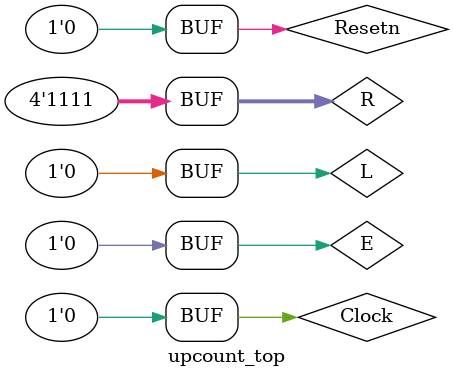
<source format=v>
`timescale 1ns / 1ps


module upcount_top;
  reg Clock,Resetn,L,E;
  reg [3:0] R;
  wire [3:0] Q;
  // instance Qer design
  upcount ct_1(R, Resetn, Clock, E, L, Q);
  //clock generator
  initial begin Clock = 1'b0; repeat(30) #3 Clock= ~Clock;end
  //insert all the input signal
  initial begin Resetn=1'b0;#7 Resetn=1'b1; #35 Resetn=1'b0;end
  initial begin #12 L=1'b1; #5 L=1'b0; end
  initial begin #2 E=1'b1; #30 E=1'b0; end
  initial begin R=4'b1000; #14 R=4'b1101; #2 R=4'b1111;end

endmodule

</source>
